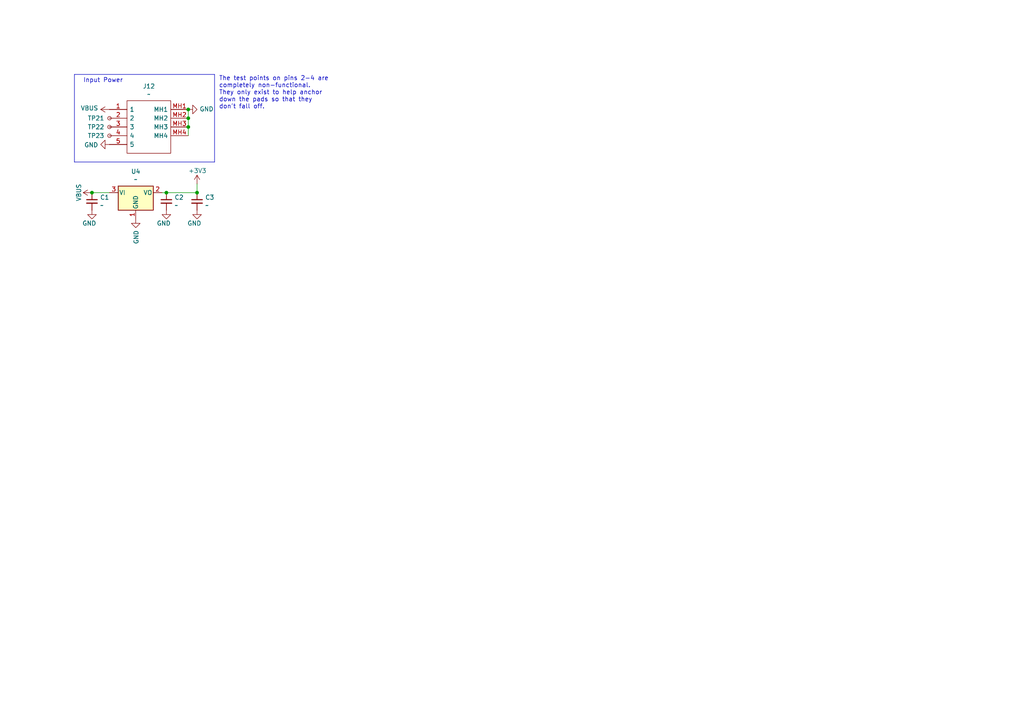
<source format=kicad_sch>
(kicad_sch (version 20230121) (generator eeschema)
  (paper "A4")
  (lib_symbols
    (symbol "Connector:TestPoint_Small" (pin_numbers hide) (pin_names (offset 0.762) hide)
      (property "Reference" "TP" (at 0 3.81 0))
      (property "Value" "TestPoint_Small" (at 0 2.032 0))
      (symbol "TestPoint_Small_0_1"
        (circle (center 0 0) (radius 0.508))
      )
      (symbol "TestPoint_Small_1_1"
        (pin passive line (at 0 0 90) (length 0) (name "1") (number "1"))
      )
    )
    (symbol "Device:C_Small" (pin_numbers hide) (pin_names (offset 0.254) hide)
      (property "Reference" "C" (at 0.254 1.778 0))
      (property "Value" "C_Small" (at 0.254 -2.032 0))
      (symbol "C_Small_0_1"
        (polyline (pts (xy -1.524 -0.508) (xy 1.524 -0.508)) (stroke (width 0.3302)))
        (polyline (pts (xy -1.524 0.508) (xy 1.524 0.508)) (stroke (width 0.3048)))
      )
      (symbol "C_Small_1_1"
        (pin passive line (at 0 2.54 270) (length 2.032) (name "~") (number "1"))
        (pin passive line (at 0 -2.54 90) (length 2.032) (name "~") (number "2"))
      )
    )
    (symbol "Regulator_Linear:AMS1117-3.3" (pin_names (offset 0.254))
      (property "Reference" "U" (at -3.81 3.175 0))
      (property "Value" "AMS1117-3.3" (at 0 3.175 0))
      (symbol "AMS1117-3.3_0_1"
        (rectangle (start -5.08 -5.08) (end 5.08 1.905) (stroke (width 0.254)) (fill (type background)))
      )
      (symbol "AMS1117-3.3_1_1"
        (pin power_in line (at 0 -7.62 90) (length 2.54) (name "GND") (number "1"))
        (pin power_out line (at 7.62 0 180) (length 2.54) (name "VO") (number "2"))
        (pin power_in line (at -7.62 0 0) (length 2.54) (name "VI") (number "3"))
      )
    )
    (symbol "SamacSys_Parts:U254-051N-4BH806" (pin_names (offset 0.762))
      (property "Reference" "J" (at 19.05 7.62 0))
      (property "Value" "U254-051N-4BH806" (at 19.05 5.08 0))
      (symbol "U254-051N-4BH806_0_0"
        (pin passive line (at 0 0 0) (length 5.08) (name "1") (number "1"))
        (pin passive line (at 0 -2.54 0) (length 5.08) (name "2") (number "2"))
        (pin passive line (at 0 -5.08 0) (length 5.08) (name "3") (number "3"))
        (pin passive line (at 0 -7.62 0) (length 5.08) (name "4") (number "4"))
        (pin passive line (at 0 -10.16 0) (length 5.08) (name "5") (number "5"))
        (pin passive line (at 22.86 0 180) (length 5.08) (name "MH1") (number "MH1"))
        (pin passive line (at 22.86 -2.54 180) (length 5.08) (name "MH2") (number "MH2"))
        (pin passive line (at 22.86 -5.08 180) (length 5.08) (name "MH3") (number "MH3"))
        (pin passive line (at 22.86 -7.62 180) (length 5.08) (name "MH4") (number "MH4"))
      )
      (symbol "U254-051N-4BH806_0_1"
        (polyline (pts (xy 5.08 2.54) (xy 17.78 2.54) (xy 17.78 -12.7) (xy 5.08 -12.7) (xy 5.08 2.54)) (stroke (width 0.1524)))
      )
    )
    (symbol "power:+3.3V" (power) (pin_names (offset 0))
      (property "Value" "+3.3V" (at 0 3.556 0))
      (symbol "+3.3V_0_1"
        (polyline (pts (xy -0.762 1.27) (xy 0 2.54)))
        (polyline (pts (xy 0 0) (xy 0 2.54)))
        (polyline (pts (xy 0 2.54) (xy 0.762 1.27)))
      )
      (symbol "+3.3V_1_1"
        (pin power_in line (at 0 0 90) (length 0) hide (name "+3V3") (number "1"))
      )
    )
    (symbol "power:GND" (power) (pin_names (offset 0))
      (property "Value" "GND" (at 0 -3.81 0))
      (symbol "GND_0_1"
        (polyline (pts (xy 0 0) (xy 0 -1.27) (xy 1.27 -1.27) (xy 0 -2.54) (xy -1.27 -1.27) (xy 0 -1.27)))
      )
      (symbol "GND_1_1"
        (pin power_in line (at 0 0 270) (length 0) hide (name "GND") (number "1"))
      )
    )
    (symbol "power:VBUS" (power) (pin_names (offset 0))
      (property "Value" "VBUS" (at 0 3.81 0))
      (symbol "VBUS_0_1"
        (polyline (pts (xy -0.762 1.27) (xy 0 2.54)))
        (polyline (pts (xy 0 0) (xy 0 2.54)))
        (polyline (pts (xy 0 2.54) (xy 0.762 1.27)))
      )
      (symbol "VBUS_1_1"
        (pin power_in line (at 0 0 90) (length 0) hide (name "VBUS") (number "1"))
      )
    )
  )
  (junction (at 54.61 36.83))
  (junction (at 26.67 55.88))
  (junction (at 54.61 31.75))
  (junction (at 48.26 55.88))
  (junction (at 57.15 55.88))
  (junction (at 54.61 34.29))
  (polyline (pts (xy 62.23 21.59) (xy 62.23 46.99)))
  (wire (pts (xy 48.26 55.88) (xy 57.15 55.88)))
  (wire (pts (xy 26.67 55.88) (xy 31.75 55.88)))
  (wire (pts (xy 54.61 34.29) (xy 54.61 31.75)))
  (polyline (pts (xy 21.59 46.99) (xy 21.59 21.59)))
  (polyline (pts (xy 62.23 46.99) (xy 21.59 46.99)))
  (wire (pts (xy 57.15 53.34) (xy 57.15 55.88)))
  (wire (pts (xy 46.99 55.88) (xy 48.26 55.88)))
  (wire (pts (xy 54.61 36.83) (xy 54.61 34.29)))
  (wire (pts (xy 54.61 39.37) (xy 54.61 36.83)))
  (polyline (pts (xy 21.59 21.59) (xy 62.23 21.59)))
  (text "The test points on pins 2-4 are \ncompletely non-functional. \nThey only exist to help anchor \ndown the pads so that they\ndon't fall off." (at 63.5 31.75 0) (effects (font (size 1.27 1.27)) (justify left bottom)))
  (text "Input Power" (at 24.13 24.13 0) (effects (font (size 1.27 1.27)) (justify left bottom)))
  (symbol (lib_id "Device:C_Small") (at 26.67 58.42 0) (unit 1)
    (property "Reference" "C1" (at 29.0068 57.2516 0) (effects (justify left)))
    (property "Value" "~" (at 29.0068 59.563 0) (effects (justify left)))
    (property "LCSC" "C15525" (effects hide))
  )
  (symbol (lib_id "power:VBUS") (at 31.75 31.75 90) (unit 1)
    (property "Reference" "#PWR065" (effects hide))
    (property "Value" "~" (at 28.4988 31.369 90) (effects (justify left)))
  )
  (symbol (lib_id "power:GND") (at 54.61 31.75 90) (unit 1)
    (property "Reference" "#PWR069" (effects hide))
    (property "Value" "~" (at 57.8612 31.623 90) (effects (justify right)))
  )
  (symbol (lib_id "power:VBUS") (at 26.67 55.88 90) (unit 1)
    (property "Reference" "#PWR07" (effects hide))
    (property "Value" "~" (at 22.86 58.42 0) (effects (justify left)))
  )
  (symbol (lib_id "Device:C_Small") (at 48.26 58.42 0) (unit 1)
    (property "Reference" "C2" (at 50.5968 57.2516 0) (effects (justify left)))
    (property "Value" "~" (at 50.5968 59.563 0) (effects (justify left)))
    (property "LCSC" "C1525" (effects hide))
  )
  (symbol (lib_id "Connector:TestPoint_Small") (at 31.75 36.83 0) (unit 1)
    (property "Reference" "TP22" (at 25.4 36.83 0) (effects (justify left)))
  )
  (symbol (lib_id "Connector:TestPoint_Small") (at 31.75 34.29 0) (unit 1)
    (property "Reference" "TP21" (at 25.4 34.29 0) (effects (justify left)))
  )
  (symbol (lib_id "Connector:TestPoint_Small") (at 31.75 39.37 0) (unit 1)
    (property "Reference" "TP23" (at 25.4 39.37 0) (effects (justify left)))
  )
  (symbol (lib_id "power:GND") (at 39.37 63.5 0) (unit 1)
    (property "Reference" "#PWR067" (effects hide))
    (property "Value" "~" (at 39.497 66.7512 90) (effects (justify right)))
  )
  (symbol (lib_id "power:GND") (at 57.15 60.96 0) (unit 1)
    (property "Reference" "#PWR071" (effects hide))
    (property "Value" "~" (at 58.42 64.77 0) (effects (justify right)))
  )
  (symbol (lib_id "SamacSys_Parts:U254-051N-4BH806") (at 31.75 31.75 0) (unit 1)
    (property "Reference" "J12" (at 43.18 25.019 0))
    (property "Value" "~" (at 43.18 27.3304 0))
    (property "Datasheet" "https://datasheet.lcsc.com/szlcsc/XKB-U254-051N-4BH806_C319170.pdf" (effects hide))
    (property "Description" "USB Connectors SMD RoHS" (effects hide))
    (property "Height" "3" (effects hide))
    (property "Manufacturer_Name" "XKB Enterprise" (effects hide))
    (property "Manufacturer_Part_Number" "U254-051N-4BH806" (effects hide))
    (property "Arrow Part Number" "U254-051N-4BH806" (effects hide))
    (property "LCSC" "C319170" (effects hide))
  )
  (symbol (lib_id "power:+3.3V") (at 57.15 53.34 0) (unit 1)
    (property "Reference" "#PWR070" (effects hide))
    (property "Value" "~" (at 54.61 49.53 0) (effects (justify left)))
  )
  (symbol (lib_id "power:GND") (at 31.75 41.91 270) (unit 1)
    (property "Reference" "#PWR066" (effects hide))
    (property "Value" "~" (at 28.4988 42.037 90) (effects (justify right)))
  )
  (symbol (lib_id "power:GND") (at 48.26 60.96 0) (unit 1)
    (property "Reference" "#PWR068" (effects hide))
    (property "Value" "~" (at 49.53 64.77 0) (effects (justify right)))
  )
  (symbol (lib_id "Regulator_Linear:AMS1117-3.3") (at 39.37 55.88 0) (unit 1)
    (property "Reference" "U4" (at 39.37 49.7332 0))
    (property "Value" "~" (at 39.37 52.0446 0))
    (property "Datasheet" "http://www.advanced-monolithic.com/pdf/ds1117.pdf" (effects hide))
    (property "LCSC" "C6186" (effects hide))
  )
  (symbol (lib_id "Device:C_Small") (at 57.15 58.42 0) (unit 1)
    (property "Reference" "C3" (at 59.4868 57.2516 0) (effects (justify left)))
    (property "Value" "~" (at 59.4868 59.563 0) (effects (justify left)))
    (property "LCSC" "C15525" (effects hide))
  )
  (symbol (lib_id "power:GND") (at 26.67 60.96 0) (unit 1)
    (property "Reference" "#PWR064" (effects hide))
    (property "Value" "~" (at 27.94 64.77 0) (effects (justify right)))
  )
)
</source>
